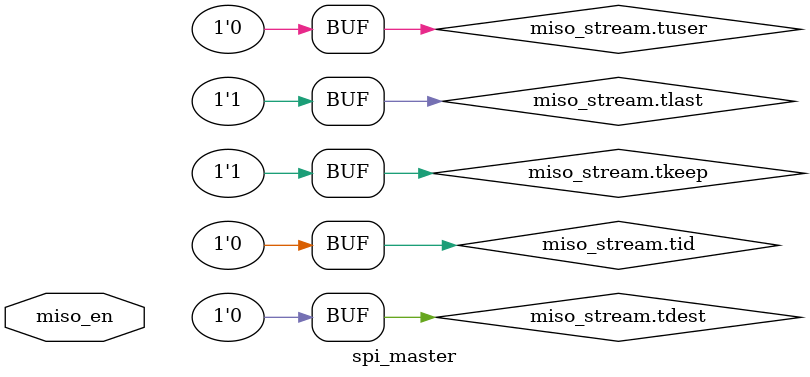
<source format=sv>
`timescale 1ns / 1ps
`default_nettype none

module spi_master #(
    parameter TRANSFER_WIDTH = 8,

    // default for a 100 MHz clock
    // produces 1 MHz SPI
    parameter CLKS_PER_HALF_BIT = 50,
    
    parameter CPOL = 0, // sck idle state
    parameter CPHA = 0 // sampling edge (0 for rising, 1 for falling)
) (
    input var logic miso_en,
    spi_interface.Master spi_bus,

    // it is assumed that these two streams share the same clock
    axis_interface.Sink mosi_stream,
    axis_interface.Source miso_stream
);
    localparam SPI_MODE = (CPOL << 1) | CPHA;

    localparam SPI_CLOCK_IDLE_STATE = CPOL;
    localparam SPI_CLOCK_SAMPLING_EDGE = (SPI_MODE == 0 || SPI_MODE == 1);
    localparam SPI_CLOCK_DATA_UPDATE_EDGE = (SPI_MODE == 1 || SPI_MODE == 2);

    typedef enum int {
        SPI_MASTER_TRANSMITTER_INIT,
        SPI_MASTER_TRANSMITTER_START_TRANSFER,
        SPI_MASTER_TRANSMITTER_TRANSFERRING,
        SPI_MASTER_TRANSMITTER_END_TRANSFER
    } spi_master_transmitter_state_t;

    spi_master_transmitter_state_t transmitter_state = SPI_MASTER_TRANSMITTER_INIT;

    var logic[TRANSFER_WIDTH-1:0] mosi_data;
    var logic[$clog2(TRANSFER_WIDTH)-1:0] transfer_bit_idx;
    var logic[$clog2(CLKS_PER_HALF_BIT):0] transfer_clock_cycle_count;

    // single cycle pulse that marks when we hit a sampling edge of the SPI clock
    var logic sampling_edge;

    // depending on the SPI mode the update edge can come before the sampling
    // edge when transferring the first bit. This signal is asserted to mark
    // that the first bit saw a sampling edge allowing us to move onto updating
    // mosi as normal for the rest of the transfer.
    var logic got_first_sample;
    
    always_ff @(posedge mosi_stream.clk) begin
        case (transmitter_state)
            SPI_MASTER_TRANSMITTER_INIT: begin
                spi_bus.mosi <= 1'b0;
                spi_bus.cs <= 1'b1;
                spi_bus.sck <= SPI_CLOCK_IDLE_STATE;

                transfer_clock_cycle_count <= 0;

                got_first_sample <= 1'b0;

                transmitter_state <= SPI_MASTER_TRANSMITTER_START_TRANSFER;
            end

            SPI_MASTER_TRANSMITTER_START_TRANSFER: begin
                // Initialize SPI outputs
                spi_bus.sck <= SPI_CLOCK_IDLE_STATE;

                transfer_bit_idx <= TRANSFER_WIDTH - 2;
                mosi_stream.tready <= 1'b1;
                if (mosi_stream.tvalid && mosi_stream.tready) begin
                    mosi_stream.tready <= 1'b0;

                    // latch the mosi data from the stream
                    mosi_data <= mosi_stream.tdata;
                    spi_bus.mosi <= mosi_stream.tdata[TRANSFER_WIDTH - 1];

                    // in this design we are controlling cs inside the module,
                    // could also look at designs where the controller does this
                    // instead
                    spi_bus.cs <= 1'b0;
                end
                
                // start transferring after cs has been low for at least a half
                // cycle
                if (!spi_bus.cs) begin
                    if (transfer_clock_cycle_count == CLKS_PER_HALF_BIT - 1) begin
                        transfer_clock_cycle_count <= 0;

                        transmitter_state <= SPI_MASTER_TRANSMITTER_TRANSFERRING;
                    end else begin
                        transfer_clock_cycle_count <= transfer_clock_cycle_count + 1;
                    end
                end
            end

            // This is working on

            // MODE3
            // MODE1
            SPI_MASTER_TRANSMITTER_TRANSFERRING: begin
                // generate the SPI clock
                if (transfer_clock_cycle_count == CLKS_PER_HALF_BIT - 1) begin
                    // reset the counter
                    transfer_clock_cycle_count <= 0;

                    spi_bus.sck <= !spi_bus.sck;
                    // assert pulse signal when we have a sampling edge. This
                    // tells the receiver state machine when to sample the
                    // contents of MISO
                    if (!spi_bus.sck == SPI_CLOCK_SAMPLING_EDGE) begin
                        sampling_edge <= 1'b1;
                        got_first_sample <= 1'b1;
                    end else begin
                        sampling_edge <= 1'b0;
                    end

                    // update the data using the sck signal
                    if (!spi_bus.sck == SPI_CLOCK_DATA_UPDATE_EDGE && got_first_sample) begin
                        if (transfer_bit_idx == 0) begin
                            spi_bus.mosi <= mosi_data[transfer_bit_idx];

                            transmitter_state <= SPI_MASTER_TRANSMITTER_END_TRANSFER;
                        end else begin
                            spi_bus.mosi <= mosi_data[transfer_bit_idx];
                            transfer_bit_idx <= transfer_bit_idx - 1;
                        end
                    end
                end else begin
                    transfer_clock_cycle_count <= transfer_clock_cycle_count + 1;
                end
            end

            SPI_MASTER_TRANSMITTER_END_TRANSFER: begin
                // Handle transferring the last bit
                if (transfer_clock_cycle_count == CLKS_PER_HALF_BIT - 1) begin
                    transfer_clock_cycle_count <= 0;

                    spi_bus.sck <= !spi_bus.sck;
                    if (!spi_bus.sck == SPI_CLOCK_DATA_UPDATE_EDGE) begin
                        spi_bus.cs <= 1'b1; // end this transfer

                        // prevent glitch by placing clock in the idle state
                        // rather than adding a false edge
                        spi_bus.sck <= SPI_CLOCK_IDLE_STATE;

                        transmitter_state <= SPI_MASTER_TRANSMITTER_START_TRANSFER;
                    end
                end else begin
                    transfer_clock_cycle_count <= transfer_clock_cycle_count + 1;
                end
            end
        endcase

        if (mosi_stream.reset) begin
            // return to IDLE state here and re init
            transmitter_state <= SPI_MASTER_TRANSMITTER_INIT;
        end
    end


    // We will monitor for sampling edges of the clock and grab the value on
    // miso.
    typedef enum int {
        SPI_MASTER_RECEIVER_START_RECEIVE,
        SPI_MASTER_RECEIVER_RECEIVING,
        SPI_MASTER_RECEIVER_WRITE_STREAM
    } spi_master_receiver_state_t;

    spi_master_receiver_state_t receiver_state = SPI_MASTER_RECEIVER_START_RECEIVE;

    var logic[TRANSFER_WIDTH-1:0] miso_data;
    var logic[$clog2(TRANSFER_WIDTH)-1:0] receive_bit_idx;
    always_ff @(posedge miso_stream.clk) begin
        case (receiver_state)
            SPI_MASTER_RECEIVER_START_RECEIVE: begin
                receive_bit_idx <= TRANSFER_WIDTH - 1;
                if (!spi_bus.cs) begin
                    receiver_state <= SPI_MASTER_RECEIVER_RECEIVING;
                end
            end

            SPI_MASTER_RECEIVER_RECEIVING: begin
                // use sampling edge strobe signal to read in MISO values
                if (sampling_edge && receive_bit_idx >= 0) begin
                    miso_data[receive_bit_idx] <= spi_bus.miso;

                    receive_bit_idx <= receive_bit_idx - 1;
                end

                // when the transaction ends, stop receiving and put data on the stream
                if (spi_bus.cs) begin
                    receiver_state <= SPI_MASTER_RECEIVER_WRITE_STREAM;
                end
            end

            SPI_MASTER_RECEIVER_WRITE_STREAM: begin
                miso_stream.tvalid <= 1'b1;
                if (miso_stream.tvalid && miso_stream.tready) begin
                    miso_stream.tvalid <= 1'b0;

                    receiver_state <= SPI_MASTER_RECEIVER_START_RECEIVE;
                end
            end
        endcase
    end

    // handle unused AXI stream signals in combinational logic here
    always_comb begin
        // TODO: get these matched to actual signal width. Want to clean this up
        // in the broader project too
        miso_stream.tkeep <= 1'b1;
        miso_stream.tlast <= 1'b1;
        miso_stream.tid <= 0;
        miso_stream.tdest <= 0;
        miso_stream.tuser <= 0;
    end

endmodule

`default_nettype wire

</source>
